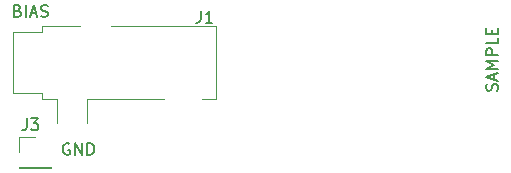
<source format=gbr>
%TF.GenerationSoftware,KiCad,Pcbnew,(5.1.6)-1*%
%TF.CreationDate,2020-10-08T10:16:56-07:00*%
%TF.ProjectId,samplepad,73616d70-6c65-4706-9164-2e6b69636164,rev?*%
%TF.SameCoordinates,Original*%
%TF.FileFunction,Legend,Top*%
%TF.FilePolarity,Positive*%
%FSLAX46Y46*%
G04 Gerber Fmt 4.6, Leading zero omitted, Abs format (unit mm)*
G04 Created by KiCad (PCBNEW (5.1.6)-1) date 2020-10-08 10:16:56*
%MOMM*%
%LPD*%
G01*
G04 APERTURE LIST*
%ADD10C,0.150000*%
%ADD11C,0.120000*%
G04 APERTURE END LIST*
D10*
X84780571Y-113212571D02*
X84923428Y-113260190D01*
X84971047Y-113307809D01*
X85018666Y-113403047D01*
X85018666Y-113545904D01*
X84971047Y-113641142D01*
X84923428Y-113688761D01*
X84828190Y-113736380D01*
X84447238Y-113736380D01*
X84447238Y-112736380D01*
X84780571Y-112736380D01*
X84875809Y-112784000D01*
X84923428Y-112831619D01*
X84971047Y-112926857D01*
X84971047Y-113022095D01*
X84923428Y-113117333D01*
X84875809Y-113164952D01*
X84780571Y-113212571D01*
X84447238Y-113212571D01*
X85447238Y-113736380D02*
X85447238Y-112736380D01*
X85875809Y-113450666D02*
X86352000Y-113450666D01*
X85780571Y-113736380D02*
X86113904Y-112736380D01*
X86447238Y-113736380D01*
X86732952Y-113688761D02*
X86875809Y-113736380D01*
X87113904Y-113736380D01*
X87209142Y-113688761D01*
X87256761Y-113641142D01*
X87304380Y-113545904D01*
X87304380Y-113450666D01*
X87256761Y-113355428D01*
X87209142Y-113307809D01*
X87113904Y-113260190D01*
X86923428Y-113212571D01*
X86828190Y-113164952D01*
X86780571Y-113117333D01*
X86732952Y-113022095D01*
X86732952Y-112926857D01*
X86780571Y-112831619D01*
X86828190Y-112784000D01*
X86923428Y-112736380D01*
X87161523Y-112736380D01*
X87304380Y-112784000D01*
X89154095Y-124468000D02*
X89058857Y-124420380D01*
X88916000Y-124420380D01*
X88773142Y-124468000D01*
X88677904Y-124563238D01*
X88630285Y-124658476D01*
X88582666Y-124848952D01*
X88582666Y-124991809D01*
X88630285Y-125182285D01*
X88677904Y-125277523D01*
X88773142Y-125372761D01*
X88916000Y-125420380D01*
X89011238Y-125420380D01*
X89154095Y-125372761D01*
X89201714Y-125325142D01*
X89201714Y-124991809D01*
X89011238Y-124991809D01*
X89630285Y-125420380D02*
X89630285Y-124420380D01*
X90201714Y-125420380D01*
X90201714Y-124420380D01*
X90677904Y-125420380D02*
X90677904Y-124420380D01*
X90916000Y-124420380D01*
X91058857Y-124468000D01*
X91154095Y-124563238D01*
X91201714Y-124658476D01*
X91249333Y-124848952D01*
X91249333Y-124991809D01*
X91201714Y-125182285D01*
X91154095Y-125277523D01*
X91058857Y-125372761D01*
X90916000Y-125420380D01*
X90677904Y-125420380D01*
X125372761Y-119990857D02*
X125420380Y-119848000D01*
X125420380Y-119609904D01*
X125372761Y-119514666D01*
X125325142Y-119467047D01*
X125229904Y-119419428D01*
X125134666Y-119419428D01*
X125039428Y-119467047D01*
X124991809Y-119514666D01*
X124944190Y-119609904D01*
X124896571Y-119800380D01*
X124848952Y-119895619D01*
X124801333Y-119943238D01*
X124706095Y-119990857D01*
X124610857Y-119990857D01*
X124515619Y-119943238D01*
X124468000Y-119895619D01*
X124420380Y-119800380D01*
X124420380Y-119562285D01*
X124468000Y-119419428D01*
X125134666Y-119038476D02*
X125134666Y-118562285D01*
X125420380Y-119133714D02*
X124420380Y-118800380D01*
X125420380Y-118467047D01*
X125420380Y-118133714D02*
X124420380Y-118133714D01*
X125134666Y-117800380D01*
X124420380Y-117467047D01*
X125420380Y-117467047D01*
X125420380Y-116990857D02*
X124420380Y-116990857D01*
X124420380Y-116609904D01*
X124468000Y-116514666D01*
X124515619Y-116467047D01*
X124610857Y-116419428D01*
X124753714Y-116419428D01*
X124848952Y-116467047D01*
X124896571Y-116514666D01*
X124944190Y-116609904D01*
X124944190Y-116990857D01*
X125420380Y-115514666D02*
X125420380Y-115990857D01*
X124420380Y-115990857D01*
X124896571Y-115181333D02*
X124896571Y-114848000D01*
X125420380Y-114705142D02*
X125420380Y-115181333D01*
X124420380Y-115181333D01*
X124420380Y-114705142D01*
D11*
%TO.C,J3*%
X84903000Y-123892000D02*
X86233000Y-123892000D01*
X84903000Y-125222000D02*
X84903000Y-123892000D01*
X84903000Y-126492000D02*
X87563000Y-126492000D01*
X87563000Y-126492000D02*
X87563000Y-126552000D01*
X84903000Y-126492000D02*
X84903000Y-126552000D01*
X84903000Y-126552000D02*
X87563000Y-126552000D01*
%TO.C,J1*%
X90664000Y-120702000D02*
X90664000Y-122702000D01*
X88064000Y-120702000D02*
X88064000Y-122702000D01*
X97164000Y-120702000D02*
X90664000Y-120702000D01*
X101564000Y-120702000D02*
X100364000Y-120702000D01*
X101564000Y-114502000D02*
X101564000Y-120702000D01*
X92664000Y-114502000D02*
X101564000Y-114502000D01*
X86864000Y-114502000D02*
X90064000Y-114502000D01*
X86864000Y-115002000D02*
X86864000Y-114502000D01*
X84364000Y-115002000D02*
X86864000Y-115002000D01*
X84364000Y-120202000D02*
X84364000Y-115002000D01*
X86864000Y-120202000D02*
X84364000Y-120202000D01*
X86864000Y-120702000D02*
X86864000Y-120202000D01*
X88064000Y-120702000D02*
X86864000Y-120702000D01*
%TO.C,J3*%
D10*
X85518666Y-122344380D02*
X85518666Y-123058666D01*
X85471047Y-123201523D01*
X85375809Y-123296761D01*
X85232952Y-123344380D01*
X85137714Y-123344380D01*
X85899619Y-122344380D02*
X86518666Y-122344380D01*
X86185333Y-122725333D01*
X86328190Y-122725333D01*
X86423428Y-122772952D01*
X86471047Y-122820571D01*
X86518666Y-122915809D01*
X86518666Y-123153904D01*
X86471047Y-123249142D01*
X86423428Y-123296761D01*
X86328190Y-123344380D01*
X86042476Y-123344380D01*
X85947238Y-123296761D01*
X85899619Y-123249142D01*
%TO.C,J1*%
X100250666Y-113244380D02*
X100250666Y-113958666D01*
X100203047Y-114101523D01*
X100107809Y-114196761D01*
X99964952Y-114244380D01*
X99869714Y-114244380D01*
X101250666Y-114244380D02*
X100679238Y-114244380D01*
X100964952Y-114244380D02*
X100964952Y-113244380D01*
X100869714Y-113387238D01*
X100774476Y-113482476D01*
X100679238Y-113530095D01*
%TD*%
M02*

</source>
